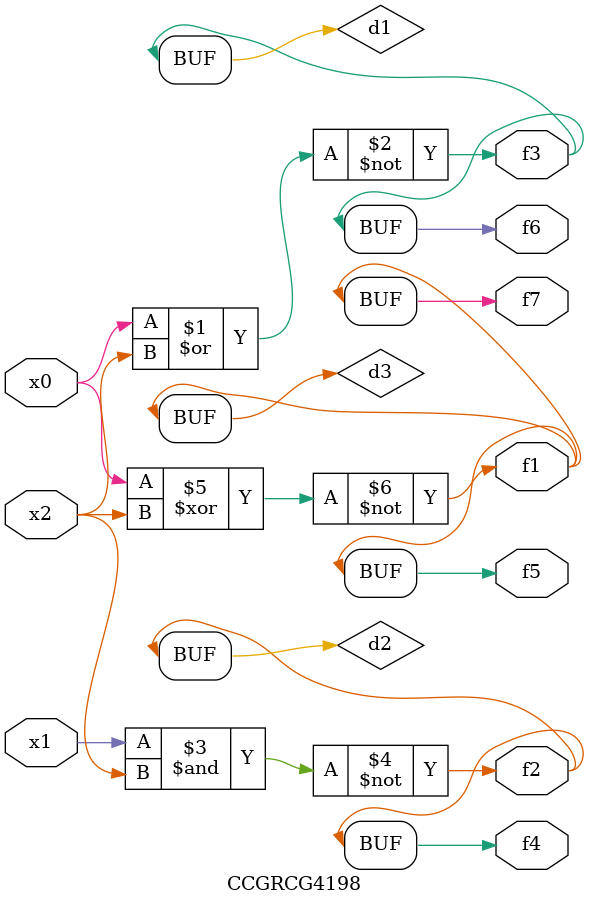
<source format=v>
module CCGRCG4198(
	input x0, x1, x2,
	output f1, f2, f3, f4, f5, f6, f7
);

	wire d1, d2, d3;

	nor (d1, x0, x2);
	nand (d2, x1, x2);
	xnor (d3, x0, x2);
	assign f1 = d3;
	assign f2 = d2;
	assign f3 = d1;
	assign f4 = d2;
	assign f5 = d3;
	assign f6 = d1;
	assign f7 = d3;
endmodule

</source>
